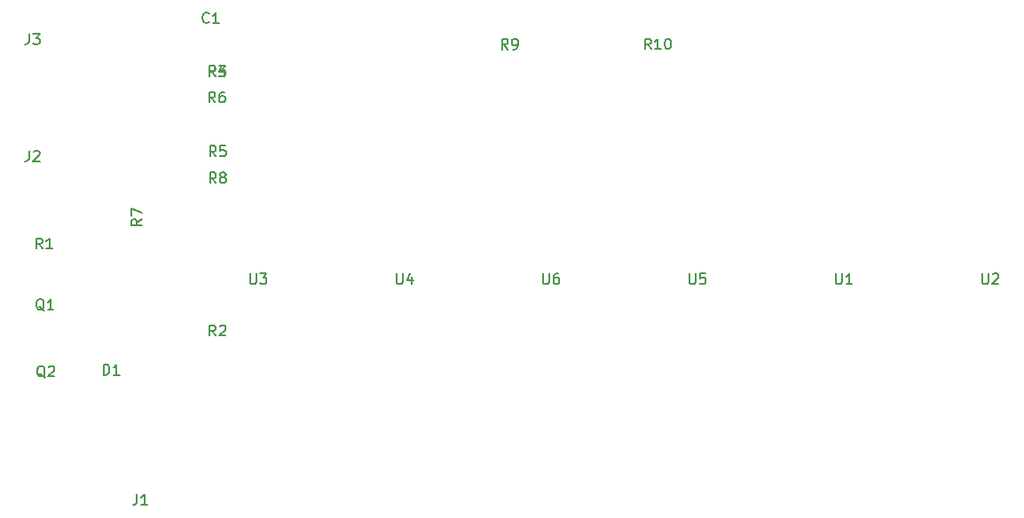
<source format=gbr>
G04 #@! TF.GenerationSoftware,KiCad,Pcbnew,5.1.5-1.fc31*
G04 #@! TF.CreationDate,2020-03-04T22:56:45-08:00*
G04 #@! TF.ProjectId,cassette_interface,63617373-6574-4746-955f-696e74657266,rev?*
G04 #@! TF.SameCoordinates,PX60e4b00PY791ddc0*
G04 #@! TF.FileFunction,Legend,Top*
G04 #@! TF.FilePolarity,Positive*
%FSLAX46Y46*%
G04 Gerber Fmt 4.6, Leading zero omitted, Abs format (unit mm)*
G04 Created by KiCad (PCBNEW 5.1.5-1.fc31) date 2020-03-04 22:56:45*
%MOMM*%
%LPD*%
G04 APERTURE LIST*
%ADD10C,0.150000*%
G04 APERTURE END LIST*
D10*
X5457866Y32889820D02*
X5457866Y32175534D01*
X5410247Y32032677D01*
X5315009Y31937439D01*
X5172152Y31889820D01*
X5076914Y31889820D01*
X5886438Y32794581D02*
X5934057Y32842200D01*
X6029295Y32889820D01*
X6267390Y32889820D01*
X6362628Y32842200D01*
X6410247Y32794581D01*
X6457866Y32699343D01*
X6457866Y32604105D01*
X6410247Y32461248D01*
X5838819Y31889820D01*
X6457866Y31889820D01*
X5457866Y44065820D02*
X5457866Y43351534D01*
X5410247Y43208677D01*
X5315009Y43113439D01*
X5172152Y43065820D01*
X5076914Y43065820D01*
X5838819Y44065820D02*
X6457866Y44065820D01*
X6124533Y43684867D01*
X6267390Y43684867D01*
X6362628Y43637248D01*
X6410247Y43589629D01*
X6457866Y43494391D01*
X6457866Y43256296D01*
X6410247Y43161058D01*
X6362628Y43113439D01*
X6267390Y43065820D01*
X5981676Y43065820D01*
X5886438Y43113439D01*
X5838819Y43161058D01*
X15719466Y98420D02*
X15719466Y-615866D01*
X15671847Y-758723D01*
X15576609Y-853961D01*
X15433752Y-901580D01*
X15338514Y-901580D01*
X16719466Y-901580D02*
X16148038Y-901580D01*
X16433752Y-901580D02*
X16433752Y98420D01*
X16338514Y-44438D01*
X16243276Y-139676D01*
X16148038Y-187295D01*
X82423095Y21189820D02*
X82423095Y20380296D01*
X82470714Y20285058D01*
X82518333Y20237439D01*
X82613571Y20189820D01*
X82804047Y20189820D01*
X82899285Y20237439D01*
X82946904Y20285058D01*
X82994523Y20380296D01*
X82994523Y21189820D01*
X83994523Y20189820D02*
X83423095Y20189820D01*
X83708809Y20189820D02*
X83708809Y21189820D01*
X83613571Y21046962D01*
X83518333Y20951724D01*
X83423095Y20904105D01*
X96393095Y21189820D02*
X96393095Y20380296D01*
X96440714Y20285058D01*
X96488333Y20237439D01*
X96583571Y20189820D01*
X96774047Y20189820D01*
X96869285Y20237439D01*
X96916904Y20285058D01*
X96964523Y20380296D01*
X96964523Y21189820D01*
X97393095Y21094581D02*
X97440714Y21142200D01*
X97535952Y21189820D01*
X97774047Y21189820D01*
X97869285Y21142200D01*
X97916904Y21094581D01*
X97964523Y20999343D01*
X97964523Y20904105D01*
X97916904Y20761248D01*
X97345476Y20189820D01*
X97964523Y20189820D01*
X26543095Y21189820D02*
X26543095Y20380296D01*
X26590714Y20285058D01*
X26638333Y20237439D01*
X26733571Y20189820D01*
X26924047Y20189820D01*
X27019285Y20237439D01*
X27066904Y20285058D01*
X27114523Y20380296D01*
X27114523Y21189820D01*
X27495476Y21189820D02*
X28114523Y21189820D01*
X27781190Y20808867D01*
X27924047Y20808867D01*
X28019285Y20761248D01*
X28066904Y20713629D01*
X28114523Y20618391D01*
X28114523Y20380296D01*
X28066904Y20285058D01*
X28019285Y20237439D01*
X27924047Y20189820D01*
X27638333Y20189820D01*
X27543095Y20237439D01*
X27495476Y20285058D01*
X40513095Y21189820D02*
X40513095Y20380296D01*
X40560714Y20285058D01*
X40608333Y20237439D01*
X40703571Y20189820D01*
X40894047Y20189820D01*
X40989285Y20237439D01*
X41036904Y20285058D01*
X41084523Y20380296D01*
X41084523Y21189820D01*
X41989285Y20856486D02*
X41989285Y20189820D01*
X41751190Y21237439D02*
X41513095Y20523153D01*
X42132142Y20523153D01*
X68453095Y21189820D02*
X68453095Y20380296D01*
X68500714Y20285058D01*
X68548333Y20237439D01*
X68643571Y20189820D01*
X68834047Y20189820D01*
X68929285Y20237439D01*
X68976904Y20285058D01*
X69024523Y20380296D01*
X69024523Y21189820D01*
X69976904Y21189820D02*
X69500714Y21189820D01*
X69453095Y20713629D01*
X69500714Y20761248D01*
X69595952Y20808867D01*
X69834047Y20808867D01*
X69929285Y20761248D01*
X69976904Y20713629D01*
X70024523Y20618391D01*
X70024523Y20380296D01*
X69976904Y20285058D01*
X69929285Y20237439D01*
X69834047Y20189820D01*
X69595952Y20189820D01*
X69500714Y20237439D01*
X69453095Y20285058D01*
X54483095Y21189820D02*
X54483095Y20380296D01*
X54530714Y20285058D01*
X54578333Y20237439D01*
X54673571Y20189820D01*
X54864047Y20189820D01*
X54959285Y20237439D01*
X55006904Y20285058D01*
X55054523Y20380296D01*
X55054523Y21189820D01*
X55959285Y21189820D02*
X55768809Y21189820D01*
X55673571Y21142200D01*
X55625952Y21094581D01*
X55530714Y20951724D01*
X55483095Y20761248D01*
X55483095Y20380296D01*
X55530714Y20285058D01*
X55578333Y20237439D01*
X55673571Y20189820D01*
X55864047Y20189820D01*
X55959285Y20237439D01*
X56006904Y20285058D01*
X56054523Y20380296D01*
X56054523Y20618391D01*
X56006904Y20713629D01*
X55959285Y20761248D01*
X55864047Y20808867D01*
X55673571Y20808867D01*
X55578333Y20761248D01*
X55530714Y20713629D01*
X55483095Y20618391D01*
X22617133Y45185058D02*
X22569514Y45137439D01*
X22426657Y45089820D01*
X22331419Y45089820D01*
X22188561Y45137439D01*
X22093323Y45232677D01*
X22045704Y45327915D01*
X21998085Y45518391D01*
X21998085Y45661248D01*
X22045704Y45851724D01*
X22093323Y45946962D01*
X22188561Y46042200D01*
X22331419Y46089820D01*
X22426657Y46089820D01*
X22569514Y46042200D01*
X22617133Y45994581D01*
X23569514Y45089820D02*
X22998085Y45089820D01*
X23283800Y45089820D02*
X23283800Y46089820D01*
X23188561Y45946962D01*
X23093323Y45851724D01*
X22998085Y45804105D01*
X12546104Y11511020D02*
X12546104Y12511020D01*
X12784200Y12511020D01*
X12927057Y12463400D01*
X13022295Y12368162D01*
X13069914Y12272924D01*
X13117533Y12082448D01*
X13117533Y11939591D01*
X13069914Y11749115D01*
X13022295Y11653877D01*
X12927057Y11558639D01*
X12784200Y11511020D01*
X12546104Y11511020D01*
X14069914Y11511020D02*
X13498485Y11511020D01*
X13784200Y11511020D02*
X13784200Y12511020D01*
X13688961Y12368162D01*
X13593723Y12272924D01*
X13498485Y12225305D01*
X6889761Y17638781D02*
X6794523Y17686400D01*
X6699285Y17781639D01*
X6556428Y17924496D01*
X6461190Y17972115D01*
X6365952Y17972115D01*
X6413571Y17734020D02*
X6318333Y17781639D01*
X6223095Y17876877D01*
X6175476Y18067353D01*
X6175476Y18400686D01*
X6223095Y18591162D01*
X6318333Y18686400D01*
X6413571Y18734020D01*
X6604047Y18734020D01*
X6699285Y18686400D01*
X6794523Y18591162D01*
X6842142Y18400686D01*
X6842142Y18067353D01*
X6794523Y17876877D01*
X6699285Y17781639D01*
X6604047Y17734020D01*
X6413571Y17734020D01*
X7794523Y17734020D02*
X7223095Y17734020D01*
X7508809Y17734020D02*
X7508809Y18734020D01*
X7413571Y18591162D01*
X7318333Y18495924D01*
X7223095Y18448305D01*
X6965961Y11263381D02*
X6870723Y11311000D01*
X6775485Y11406239D01*
X6632628Y11549096D01*
X6537390Y11596715D01*
X6442152Y11596715D01*
X6489771Y11358620D02*
X6394533Y11406239D01*
X6299295Y11501477D01*
X6251676Y11691953D01*
X6251676Y12025286D01*
X6299295Y12215762D01*
X6394533Y12311000D01*
X6489771Y12358620D01*
X6680247Y12358620D01*
X6775485Y12311000D01*
X6870723Y12215762D01*
X6918342Y12025286D01*
X6918342Y11691953D01*
X6870723Y11501477D01*
X6775485Y11406239D01*
X6680247Y11358620D01*
X6489771Y11358620D01*
X7299295Y12263381D02*
X7346914Y12311000D01*
X7442152Y12358620D01*
X7680247Y12358620D01*
X7775485Y12311000D01*
X7823104Y12263381D01*
X7870723Y12168143D01*
X7870723Y12072905D01*
X7823104Y11930048D01*
X7251676Y11358620D01*
X7870723Y11358620D01*
X6716733Y23550620D02*
X6383400Y24026810D01*
X6145304Y23550620D02*
X6145304Y24550620D01*
X6526257Y24550620D01*
X6621495Y24503000D01*
X6669114Y24455381D01*
X6716733Y24360143D01*
X6716733Y24217286D01*
X6669114Y24122048D01*
X6621495Y24074429D01*
X6526257Y24026810D01*
X6145304Y24026810D01*
X7669114Y23550620D02*
X7097685Y23550620D01*
X7383400Y23550620D02*
X7383400Y24550620D01*
X7288161Y24407762D01*
X7192923Y24312524D01*
X7097685Y24264905D01*
X23252133Y15244820D02*
X22918800Y15721010D01*
X22680704Y15244820D02*
X22680704Y16244820D01*
X23061657Y16244820D01*
X23156895Y16197200D01*
X23204514Y16149581D01*
X23252133Y16054343D01*
X23252133Y15911486D01*
X23204514Y15816248D01*
X23156895Y15768629D01*
X23061657Y15721010D01*
X22680704Y15721010D01*
X23633085Y16149581D02*
X23680704Y16197200D01*
X23775942Y16244820D01*
X24014038Y16244820D01*
X24109276Y16197200D01*
X24156895Y16149581D01*
X24204514Y16054343D01*
X24204514Y15959105D01*
X24156895Y15816248D01*
X23585466Y15244820D01*
X24204514Y15244820D01*
X23226733Y39984420D02*
X22893400Y40460610D01*
X22655304Y39984420D02*
X22655304Y40984420D01*
X23036257Y40984420D01*
X23131495Y40936800D01*
X23179114Y40889181D01*
X23226733Y40793943D01*
X23226733Y40651086D01*
X23179114Y40555848D01*
X23131495Y40508229D01*
X23036257Y40460610D01*
X22655304Y40460610D01*
X23560066Y40984420D02*
X24179114Y40984420D01*
X23845780Y40603467D01*
X23988638Y40603467D01*
X24083876Y40555848D01*
X24131495Y40508229D01*
X24179114Y40412991D01*
X24179114Y40174896D01*
X24131495Y40079658D01*
X24083876Y40032039D01*
X23988638Y39984420D01*
X23702923Y39984420D01*
X23607685Y40032039D01*
X23560066Y40079658D01*
X23201333Y40060620D02*
X22868000Y40536810D01*
X22629904Y40060620D02*
X22629904Y41060620D01*
X23010857Y41060620D01*
X23106095Y41013000D01*
X23153714Y40965381D01*
X23201333Y40870143D01*
X23201333Y40727286D01*
X23153714Y40632048D01*
X23106095Y40584429D01*
X23010857Y40536810D01*
X22629904Y40536810D01*
X24058476Y40727286D02*
X24058476Y40060620D01*
X23820380Y41108239D02*
X23582285Y40393953D01*
X24201333Y40393953D01*
X23277533Y32364420D02*
X22944200Y32840610D01*
X22706104Y32364420D02*
X22706104Y33364420D01*
X23087057Y33364420D01*
X23182295Y33316800D01*
X23229914Y33269181D01*
X23277533Y33173943D01*
X23277533Y33031086D01*
X23229914Y32935848D01*
X23182295Y32888229D01*
X23087057Y32840610D01*
X22706104Y32840610D01*
X24182295Y33364420D02*
X23706104Y33364420D01*
X23658485Y32888229D01*
X23706104Y32935848D01*
X23801342Y32983467D01*
X24039438Y32983467D01*
X24134676Y32935848D01*
X24182295Y32888229D01*
X24229914Y32792991D01*
X24229914Y32554896D01*
X24182295Y32459658D01*
X24134676Y32412039D01*
X24039438Y32364420D01*
X23801342Y32364420D01*
X23706104Y32412039D01*
X23658485Y32459658D01*
X23201333Y37520620D02*
X22868000Y37996810D01*
X22629904Y37520620D02*
X22629904Y38520620D01*
X23010857Y38520620D01*
X23106095Y38473000D01*
X23153714Y38425381D01*
X23201333Y38330143D01*
X23201333Y38187286D01*
X23153714Y38092048D01*
X23106095Y38044429D01*
X23010857Y37996810D01*
X22629904Y37996810D01*
X24058476Y38520620D02*
X23868000Y38520620D01*
X23772761Y38473000D01*
X23725142Y38425381D01*
X23629904Y38282524D01*
X23582285Y38092048D01*
X23582285Y37711096D01*
X23629904Y37615858D01*
X23677523Y37568239D01*
X23772761Y37520620D01*
X23963238Y37520620D01*
X24058476Y37568239D01*
X24106095Y37615858D01*
X24153714Y37711096D01*
X24153714Y37949191D01*
X24106095Y38044429D01*
X24058476Y38092048D01*
X23963238Y38139667D01*
X23772761Y38139667D01*
X23677523Y38092048D01*
X23629904Y38044429D01*
X23582285Y37949191D01*
X16225780Y26376334D02*
X15749590Y26043000D01*
X16225780Y25804905D02*
X15225780Y25804905D01*
X15225780Y26185858D01*
X15273400Y26281096D01*
X15321019Y26328715D01*
X15416257Y26376334D01*
X15559114Y26376334D01*
X15654352Y26328715D01*
X15701971Y26281096D01*
X15749590Y26185858D01*
X15749590Y25804905D01*
X15225780Y26709667D02*
X15225780Y27376334D01*
X16225780Y26947762D01*
X23277533Y29824420D02*
X22944200Y30300610D01*
X22706104Y29824420D02*
X22706104Y30824420D01*
X23087057Y30824420D01*
X23182295Y30776800D01*
X23229914Y30729181D01*
X23277533Y30633943D01*
X23277533Y30491086D01*
X23229914Y30395848D01*
X23182295Y30348229D01*
X23087057Y30300610D01*
X22706104Y30300610D01*
X23848961Y30395848D02*
X23753723Y30443467D01*
X23706104Y30491086D01*
X23658485Y30586324D01*
X23658485Y30633943D01*
X23706104Y30729181D01*
X23753723Y30776800D01*
X23848961Y30824420D01*
X24039438Y30824420D01*
X24134676Y30776800D01*
X24182295Y30729181D01*
X24229914Y30633943D01*
X24229914Y30586324D01*
X24182295Y30491086D01*
X24134676Y30443467D01*
X24039438Y30395848D01*
X23848961Y30395848D01*
X23753723Y30348229D01*
X23706104Y30300610D01*
X23658485Y30205372D01*
X23658485Y30014896D01*
X23706104Y29919658D01*
X23753723Y29872039D01*
X23848961Y29824420D01*
X24039438Y29824420D01*
X24134676Y29872039D01*
X24182295Y29919658D01*
X24229914Y30014896D01*
X24229914Y30205372D01*
X24182295Y30300610D01*
X24134676Y30348229D01*
X24039438Y30395848D01*
X51141333Y42575220D02*
X50808000Y43051410D01*
X50569904Y42575220D02*
X50569904Y43575220D01*
X50950857Y43575220D01*
X51046095Y43527600D01*
X51093714Y43479981D01*
X51141333Y43384743D01*
X51141333Y43241886D01*
X51093714Y43146648D01*
X51046095Y43099029D01*
X50950857Y43051410D01*
X50569904Y43051410D01*
X51617523Y42575220D02*
X51808000Y42575220D01*
X51903238Y42622839D01*
X51950857Y42670458D01*
X52046095Y42813315D01*
X52093714Y43003791D01*
X52093714Y43384743D01*
X52046095Y43479981D01*
X51998476Y43527600D01*
X51903238Y43575220D01*
X51712761Y43575220D01*
X51617523Y43527600D01*
X51569904Y43479981D01*
X51522285Y43384743D01*
X51522285Y43146648D01*
X51569904Y43051410D01*
X51617523Y43003791D01*
X51712761Y42956172D01*
X51903238Y42956172D01*
X51998476Y43003791D01*
X52046095Y43051410D01*
X52093714Y43146648D01*
X64787542Y42600620D02*
X64454209Y43076810D01*
X64216114Y42600620D02*
X64216114Y43600620D01*
X64597066Y43600620D01*
X64692304Y43553000D01*
X64739923Y43505381D01*
X64787542Y43410143D01*
X64787542Y43267286D01*
X64739923Y43172048D01*
X64692304Y43124429D01*
X64597066Y43076810D01*
X64216114Y43076810D01*
X65739923Y42600620D02*
X65168495Y42600620D01*
X65454209Y42600620D02*
X65454209Y43600620D01*
X65358971Y43457762D01*
X65263733Y43362524D01*
X65168495Y43314905D01*
X66358971Y43600620D02*
X66454209Y43600620D01*
X66549447Y43553000D01*
X66597066Y43505381D01*
X66644685Y43410143D01*
X66692304Y43219667D01*
X66692304Y42981572D01*
X66644685Y42791096D01*
X66597066Y42695858D01*
X66549447Y42648239D01*
X66454209Y42600620D01*
X66358971Y42600620D01*
X66263733Y42648239D01*
X66216114Y42695858D01*
X66168495Y42791096D01*
X66120876Y42981572D01*
X66120876Y43219667D01*
X66168495Y43410143D01*
X66216114Y43505381D01*
X66263733Y43553000D01*
X66358971Y43600620D01*
M02*

</source>
